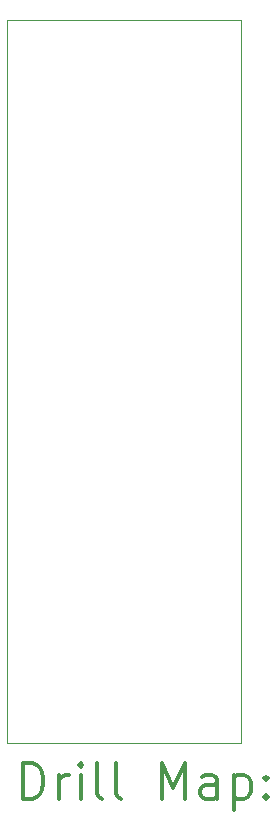
<source format=gbr>
%FSLAX45Y45*%
G04 Gerber Fmt 4.5, Leading zero omitted, Abs format (unit mm)*
G04 Created by KiCad (PCBNEW (5.1.5)-3) date 2020-06-01 03:44:00*
%MOMM*%
%LPD*%
G04 APERTURE LIST*
%TA.AperFunction,Profile*%
%ADD10C,0.050000*%
%TD*%
%ADD11C,0.200000*%
%ADD12C,0.300000*%
G04 APERTURE END LIST*
D10*
X9804400Y-4419600D02*
X9804400Y-10541000D01*
X9817100Y-4419600D02*
X9804400Y-4419600D01*
X11785600Y-10541000D02*
X9804400Y-10541000D01*
X11785600Y-4419600D02*
X11785600Y-10541000D01*
X9817100Y-4419600D02*
X11785600Y-4419600D01*
D11*
D12*
X9942429Y-11009214D02*
X9942429Y-10709214D01*
X10013857Y-10709214D01*
X10056714Y-10723500D01*
X10085286Y-10752072D01*
X10099571Y-10780643D01*
X10113857Y-10837786D01*
X10113857Y-10880643D01*
X10099571Y-10937786D01*
X10085286Y-10966357D01*
X10056714Y-10994929D01*
X10013857Y-11009214D01*
X9942429Y-11009214D01*
X10242429Y-11009214D02*
X10242429Y-10809214D01*
X10242429Y-10866357D02*
X10256714Y-10837786D01*
X10271000Y-10823500D01*
X10299571Y-10809214D01*
X10328143Y-10809214D01*
X10428143Y-11009214D02*
X10428143Y-10809214D01*
X10428143Y-10709214D02*
X10413857Y-10723500D01*
X10428143Y-10737786D01*
X10442429Y-10723500D01*
X10428143Y-10709214D01*
X10428143Y-10737786D01*
X10613857Y-11009214D02*
X10585286Y-10994929D01*
X10571000Y-10966357D01*
X10571000Y-10709214D01*
X10771000Y-11009214D02*
X10742429Y-10994929D01*
X10728143Y-10966357D01*
X10728143Y-10709214D01*
X11113857Y-11009214D02*
X11113857Y-10709214D01*
X11213857Y-10923500D01*
X11313857Y-10709214D01*
X11313857Y-11009214D01*
X11585286Y-11009214D02*
X11585286Y-10852072D01*
X11571000Y-10823500D01*
X11542428Y-10809214D01*
X11485286Y-10809214D01*
X11456714Y-10823500D01*
X11585286Y-10994929D02*
X11556714Y-11009214D01*
X11485286Y-11009214D01*
X11456714Y-10994929D01*
X11442428Y-10966357D01*
X11442428Y-10937786D01*
X11456714Y-10909214D01*
X11485286Y-10894929D01*
X11556714Y-10894929D01*
X11585286Y-10880643D01*
X11728143Y-10809214D02*
X11728143Y-11109214D01*
X11728143Y-10823500D02*
X11756714Y-10809214D01*
X11813857Y-10809214D01*
X11842428Y-10823500D01*
X11856714Y-10837786D01*
X11871000Y-10866357D01*
X11871000Y-10952072D01*
X11856714Y-10980643D01*
X11842428Y-10994929D01*
X11813857Y-11009214D01*
X11756714Y-11009214D01*
X11728143Y-10994929D01*
X11999571Y-10980643D02*
X12013857Y-10994929D01*
X11999571Y-11009214D01*
X11985286Y-10994929D01*
X11999571Y-10980643D01*
X11999571Y-11009214D01*
X11999571Y-10823500D02*
X12013857Y-10837786D01*
X11999571Y-10852072D01*
X11985286Y-10837786D01*
X11999571Y-10823500D01*
X11999571Y-10852072D01*
M02*

</source>
